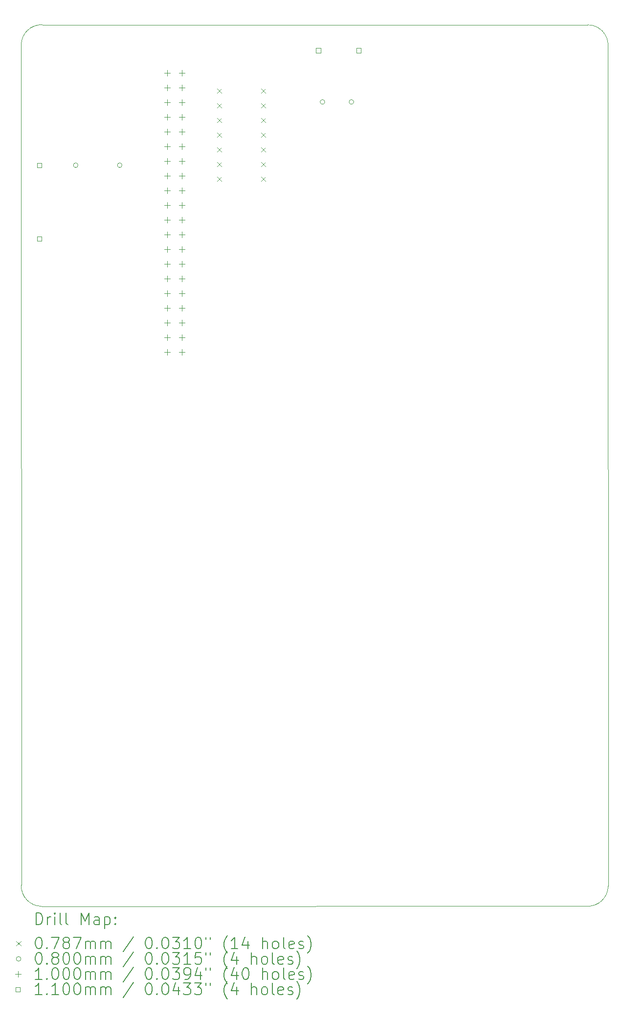
<source format=gbr>
%TF.GenerationSoftware,KiCad,Pcbnew,7.0.7*%
%TF.CreationDate,2023-09-07T11:23:37-07:00*%
%TF.ProjectId,bivariate-bivalve,62697661-7269-4617-9465-2d626976616c,rev?*%
%TF.SameCoordinates,Original*%
%TF.FileFunction,Drillmap*%
%TF.FilePolarity,Positive*%
%FSLAX45Y45*%
G04 Gerber Fmt 4.5, Leading zero omitted, Abs format (unit mm)*
G04 Created by KiCad (PCBNEW 7.0.7) date 2023-09-07 11:23:37*
%MOMM*%
%LPD*%
G01*
G04 APERTURE LIST*
%ADD10C,0.100000*%
%ADD11C,0.200000*%
%ADD12C,0.078740*%
%ADD13C,0.080000*%
%ADD14C,0.110000*%
G04 APERTURE END LIST*
D10*
X5000000Y-3597000D02*
X5001320Y-18120014D01*
X14810000Y-3248000D02*
X5365986Y-3246320D01*
X15160680Y-3613986D02*
X15162000Y-18135000D01*
X5352000Y-18486000D02*
X14796014Y-18485680D01*
X5001320Y-18120014D02*
G75*
G03*
X5352000Y-18486000I350680J-14986D01*
G01*
X14796014Y-18485680D02*
G75*
G03*
X15162000Y-18135000I14986J350680D01*
G01*
X15160680Y-3613986D02*
G75*
G03*
X14810000Y-3248000I-350680J14986D01*
G01*
X5365986Y-3246320D02*
G75*
G03*
X5000000Y-3597000I-14986J-350680D01*
G01*
D11*
D12*
X8391130Y-4350130D02*
X8469870Y-4428870D01*
X8469870Y-4350130D02*
X8391130Y-4428870D01*
X8391130Y-4604130D02*
X8469870Y-4682870D01*
X8469870Y-4604130D02*
X8391130Y-4682870D01*
X8391130Y-4858130D02*
X8469870Y-4936870D01*
X8469870Y-4858130D02*
X8391130Y-4936870D01*
X8391130Y-5112130D02*
X8469870Y-5190870D01*
X8469870Y-5112130D02*
X8391130Y-5190870D01*
X8391130Y-5366130D02*
X8469870Y-5444870D01*
X8469870Y-5366130D02*
X8391130Y-5444870D01*
X8391130Y-5620130D02*
X8469870Y-5698870D01*
X8469870Y-5620130D02*
X8391130Y-5698870D01*
X8391130Y-5874130D02*
X8469870Y-5952870D01*
X8469870Y-5874130D02*
X8391130Y-5952870D01*
X9153130Y-4350130D02*
X9231870Y-4428870D01*
X9231870Y-4350130D02*
X9153130Y-4428870D01*
X9153130Y-4604130D02*
X9231870Y-4682870D01*
X9231870Y-4604130D02*
X9153130Y-4682870D01*
X9153130Y-4858130D02*
X9231870Y-4936870D01*
X9231870Y-4858130D02*
X9153130Y-4936870D01*
X9153130Y-5112130D02*
X9231870Y-5190870D01*
X9231870Y-5112130D02*
X9153130Y-5190870D01*
X9153130Y-5366130D02*
X9231870Y-5444870D01*
X9231870Y-5366130D02*
X9153130Y-5444870D01*
X9153130Y-5620130D02*
X9231870Y-5698870D01*
X9231870Y-5620130D02*
X9153130Y-5698870D01*
X9153130Y-5874130D02*
X9231870Y-5952870D01*
X9231870Y-5874130D02*
X9153130Y-5952870D01*
D13*
X5983000Y-5675000D02*
G75*
G03*
X5983000Y-5675000I-40000J0D01*
G01*
X6745000Y-5675000D02*
G75*
G03*
X6745000Y-5675000I-40000J0D01*
G01*
X10256500Y-4580000D02*
G75*
G03*
X10256500Y-4580000I-40000J0D01*
G01*
X10756500Y-4580000D02*
G75*
G03*
X10756500Y-4580000I-40000J0D01*
G01*
D10*
X7531000Y-4030500D02*
X7531000Y-4130500D01*
X7481000Y-4080500D02*
X7581000Y-4080500D01*
X7531000Y-4284500D02*
X7531000Y-4384500D01*
X7481000Y-4334500D02*
X7581000Y-4334500D01*
X7531000Y-4538500D02*
X7531000Y-4638500D01*
X7481000Y-4588500D02*
X7581000Y-4588500D01*
X7531000Y-4792500D02*
X7531000Y-4892500D01*
X7481000Y-4842500D02*
X7581000Y-4842500D01*
X7531000Y-5046500D02*
X7531000Y-5146500D01*
X7481000Y-5096500D02*
X7581000Y-5096500D01*
X7531000Y-5300500D02*
X7531000Y-5400500D01*
X7481000Y-5350500D02*
X7581000Y-5350500D01*
X7531000Y-5554500D02*
X7531000Y-5654500D01*
X7481000Y-5604500D02*
X7581000Y-5604500D01*
X7531000Y-5808500D02*
X7531000Y-5908500D01*
X7481000Y-5858500D02*
X7581000Y-5858500D01*
X7531000Y-6062500D02*
X7531000Y-6162500D01*
X7481000Y-6112500D02*
X7581000Y-6112500D01*
X7531000Y-6316500D02*
X7531000Y-6416500D01*
X7481000Y-6366500D02*
X7581000Y-6366500D01*
X7531000Y-6570500D02*
X7531000Y-6670500D01*
X7481000Y-6620500D02*
X7581000Y-6620500D01*
X7531000Y-6824500D02*
X7531000Y-6924500D01*
X7481000Y-6874500D02*
X7581000Y-6874500D01*
X7531000Y-7078500D02*
X7531000Y-7178500D01*
X7481000Y-7128500D02*
X7581000Y-7128500D01*
X7531000Y-7332500D02*
X7531000Y-7432500D01*
X7481000Y-7382500D02*
X7581000Y-7382500D01*
X7531000Y-7586500D02*
X7531000Y-7686500D01*
X7481000Y-7636500D02*
X7581000Y-7636500D01*
X7531000Y-7840500D02*
X7531000Y-7940500D01*
X7481000Y-7890500D02*
X7581000Y-7890500D01*
X7531000Y-8094500D02*
X7531000Y-8194500D01*
X7481000Y-8144500D02*
X7581000Y-8144500D01*
X7531000Y-8348500D02*
X7531000Y-8448500D01*
X7481000Y-8398500D02*
X7581000Y-8398500D01*
X7531000Y-8602500D02*
X7531000Y-8702500D01*
X7481000Y-8652500D02*
X7581000Y-8652500D01*
X7531000Y-8856500D02*
X7531000Y-8956500D01*
X7481000Y-8906500D02*
X7581000Y-8906500D01*
X7785000Y-4030500D02*
X7785000Y-4130500D01*
X7735000Y-4080500D02*
X7835000Y-4080500D01*
X7785000Y-4284500D02*
X7785000Y-4384500D01*
X7735000Y-4334500D02*
X7835000Y-4334500D01*
X7785000Y-4538500D02*
X7785000Y-4638500D01*
X7735000Y-4588500D02*
X7835000Y-4588500D01*
X7785000Y-4792500D02*
X7785000Y-4892500D01*
X7735000Y-4842500D02*
X7835000Y-4842500D01*
X7785000Y-5046500D02*
X7785000Y-5146500D01*
X7735000Y-5096500D02*
X7835000Y-5096500D01*
X7785000Y-5300500D02*
X7785000Y-5400500D01*
X7735000Y-5350500D02*
X7835000Y-5350500D01*
X7785000Y-5554500D02*
X7785000Y-5654500D01*
X7735000Y-5604500D02*
X7835000Y-5604500D01*
X7785000Y-5808500D02*
X7785000Y-5908500D01*
X7735000Y-5858500D02*
X7835000Y-5858500D01*
X7785000Y-6062500D02*
X7785000Y-6162500D01*
X7735000Y-6112500D02*
X7835000Y-6112500D01*
X7785000Y-6316500D02*
X7785000Y-6416500D01*
X7735000Y-6366500D02*
X7835000Y-6366500D01*
X7785000Y-6570500D02*
X7785000Y-6670500D01*
X7735000Y-6620500D02*
X7835000Y-6620500D01*
X7785000Y-6824500D02*
X7785000Y-6924500D01*
X7735000Y-6874500D02*
X7835000Y-6874500D01*
X7785000Y-7078500D02*
X7785000Y-7178500D01*
X7735000Y-7128500D02*
X7835000Y-7128500D01*
X7785000Y-7332500D02*
X7785000Y-7432500D01*
X7735000Y-7382500D02*
X7835000Y-7382500D01*
X7785000Y-7586500D02*
X7785000Y-7686500D01*
X7735000Y-7636500D02*
X7835000Y-7636500D01*
X7785000Y-7840500D02*
X7785000Y-7940500D01*
X7735000Y-7890500D02*
X7835000Y-7890500D01*
X7785000Y-8094500D02*
X7785000Y-8194500D01*
X7735000Y-8144500D02*
X7835000Y-8144500D01*
X7785000Y-8348500D02*
X7785000Y-8448500D01*
X7735000Y-8398500D02*
X7835000Y-8398500D01*
X7785000Y-8602500D02*
X7785000Y-8702500D01*
X7735000Y-8652500D02*
X7835000Y-8652500D01*
X7785000Y-8856500D02*
X7785000Y-8956500D01*
X7735000Y-8906500D02*
X7835000Y-8906500D01*
D14*
X5353891Y-5717891D02*
X5353891Y-5640109D01*
X5276109Y-5640109D01*
X5276109Y-5717891D01*
X5353891Y-5717891D01*
X5353891Y-6987891D02*
X5353891Y-6910109D01*
X5276109Y-6910109D01*
X5276109Y-6987891D01*
X5353891Y-6987891D01*
X10183891Y-3729891D02*
X10183891Y-3652109D01*
X10106109Y-3652109D01*
X10106109Y-3729891D01*
X10183891Y-3729891D01*
X10882391Y-3729891D02*
X10882391Y-3652109D01*
X10804609Y-3652109D01*
X10804609Y-3729891D01*
X10882391Y-3729891D01*
D11*
X5255777Y-18802484D02*
X5255777Y-18602484D01*
X5255777Y-18602484D02*
X5303396Y-18602484D01*
X5303396Y-18602484D02*
X5331967Y-18612008D01*
X5331967Y-18612008D02*
X5351015Y-18631055D01*
X5351015Y-18631055D02*
X5360539Y-18650103D01*
X5360539Y-18650103D02*
X5370063Y-18688198D01*
X5370063Y-18688198D02*
X5370063Y-18716770D01*
X5370063Y-18716770D02*
X5360539Y-18754865D01*
X5360539Y-18754865D02*
X5351015Y-18773912D01*
X5351015Y-18773912D02*
X5331967Y-18792960D01*
X5331967Y-18792960D02*
X5303396Y-18802484D01*
X5303396Y-18802484D02*
X5255777Y-18802484D01*
X5455777Y-18802484D02*
X5455777Y-18669150D01*
X5455777Y-18707246D02*
X5465301Y-18688198D01*
X5465301Y-18688198D02*
X5474824Y-18678674D01*
X5474824Y-18678674D02*
X5493872Y-18669150D01*
X5493872Y-18669150D02*
X5512920Y-18669150D01*
X5579586Y-18802484D02*
X5579586Y-18669150D01*
X5579586Y-18602484D02*
X5570063Y-18612008D01*
X5570063Y-18612008D02*
X5579586Y-18621531D01*
X5579586Y-18621531D02*
X5589110Y-18612008D01*
X5589110Y-18612008D02*
X5579586Y-18602484D01*
X5579586Y-18602484D02*
X5579586Y-18621531D01*
X5703396Y-18802484D02*
X5684348Y-18792960D01*
X5684348Y-18792960D02*
X5674824Y-18773912D01*
X5674824Y-18773912D02*
X5674824Y-18602484D01*
X5808158Y-18802484D02*
X5789110Y-18792960D01*
X5789110Y-18792960D02*
X5779586Y-18773912D01*
X5779586Y-18773912D02*
X5779586Y-18602484D01*
X6036729Y-18802484D02*
X6036729Y-18602484D01*
X6036729Y-18602484D02*
X6103396Y-18745341D01*
X6103396Y-18745341D02*
X6170062Y-18602484D01*
X6170062Y-18602484D02*
X6170062Y-18802484D01*
X6351015Y-18802484D02*
X6351015Y-18697722D01*
X6351015Y-18697722D02*
X6341491Y-18678674D01*
X6341491Y-18678674D02*
X6322443Y-18669150D01*
X6322443Y-18669150D02*
X6284348Y-18669150D01*
X6284348Y-18669150D02*
X6265301Y-18678674D01*
X6351015Y-18792960D02*
X6331967Y-18802484D01*
X6331967Y-18802484D02*
X6284348Y-18802484D01*
X6284348Y-18802484D02*
X6265301Y-18792960D01*
X6265301Y-18792960D02*
X6255777Y-18773912D01*
X6255777Y-18773912D02*
X6255777Y-18754865D01*
X6255777Y-18754865D02*
X6265301Y-18735817D01*
X6265301Y-18735817D02*
X6284348Y-18726293D01*
X6284348Y-18726293D02*
X6331967Y-18726293D01*
X6331967Y-18726293D02*
X6351015Y-18716770D01*
X6446253Y-18669150D02*
X6446253Y-18869150D01*
X6446253Y-18678674D02*
X6465301Y-18669150D01*
X6465301Y-18669150D02*
X6503396Y-18669150D01*
X6503396Y-18669150D02*
X6522443Y-18678674D01*
X6522443Y-18678674D02*
X6531967Y-18688198D01*
X6531967Y-18688198D02*
X6541491Y-18707246D01*
X6541491Y-18707246D02*
X6541491Y-18764389D01*
X6541491Y-18764389D02*
X6531967Y-18783436D01*
X6531967Y-18783436D02*
X6522443Y-18792960D01*
X6522443Y-18792960D02*
X6503396Y-18802484D01*
X6503396Y-18802484D02*
X6465301Y-18802484D01*
X6465301Y-18802484D02*
X6446253Y-18792960D01*
X6627205Y-18783436D02*
X6636729Y-18792960D01*
X6636729Y-18792960D02*
X6627205Y-18802484D01*
X6627205Y-18802484D02*
X6617682Y-18792960D01*
X6617682Y-18792960D02*
X6627205Y-18783436D01*
X6627205Y-18783436D02*
X6627205Y-18802484D01*
X6627205Y-18678674D02*
X6636729Y-18688198D01*
X6636729Y-18688198D02*
X6627205Y-18697722D01*
X6627205Y-18697722D02*
X6617682Y-18688198D01*
X6617682Y-18688198D02*
X6627205Y-18678674D01*
X6627205Y-18678674D02*
X6627205Y-18697722D01*
D12*
X4916260Y-19091630D02*
X4995000Y-19170370D01*
X4995000Y-19091630D02*
X4916260Y-19170370D01*
D11*
X5293872Y-19022484D02*
X5312920Y-19022484D01*
X5312920Y-19022484D02*
X5331967Y-19032008D01*
X5331967Y-19032008D02*
X5341491Y-19041531D01*
X5341491Y-19041531D02*
X5351015Y-19060579D01*
X5351015Y-19060579D02*
X5360539Y-19098674D01*
X5360539Y-19098674D02*
X5360539Y-19146293D01*
X5360539Y-19146293D02*
X5351015Y-19184389D01*
X5351015Y-19184389D02*
X5341491Y-19203436D01*
X5341491Y-19203436D02*
X5331967Y-19212960D01*
X5331967Y-19212960D02*
X5312920Y-19222484D01*
X5312920Y-19222484D02*
X5293872Y-19222484D01*
X5293872Y-19222484D02*
X5274824Y-19212960D01*
X5274824Y-19212960D02*
X5265301Y-19203436D01*
X5265301Y-19203436D02*
X5255777Y-19184389D01*
X5255777Y-19184389D02*
X5246253Y-19146293D01*
X5246253Y-19146293D02*
X5246253Y-19098674D01*
X5246253Y-19098674D02*
X5255777Y-19060579D01*
X5255777Y-19060579D02*
X5265301Y-19041531D01*
X5265301Y-19041531D02*
X5274824Y-19032008D01*
X5274824Y-19032008D02*
X5293872Y-19022484D01*
X5446253Y-19203436D02*
X5455777Y-19212960D01*
X5455777Y-19212960D02*
X5446253Y-19222484D01*
X5446253Y-19222484D02*
X5436729Y-19212960D01*
X5436729Y-19212960D02*
X5446253Y-19203436D01*
X5446253Y-19203436D02*
X5446253Y-19222484D01*
X5522444Y-19022484D02*
X5655777Y-19022484D01*
X5655777Y-19022484D02*
X5570063Y-19222484D01*
X5760539Y-19108198D02*
X5741491Y-19098674D01*
X5741491Y-19098674D02*
X5731967Y-19089150D01*
X5731967Y-19089150D02*
X5722443Y-19070103D01*
X5722443Y-19070103D02*
X5722443Y-19060579D01*
X5722443Y-19060579D02*
X5731967Y-19041531D01*
X5731967Y-19041531D02*
X5741491Y-19032008D01*
X5741491Y-19032008D02*
X5760539Y-19022484D01*
X5760539Y-19022484D02*
X5798634Y-19022484D01*
X5798634Y-19022484D02*
X5817682Y-19032008D01*
X5817682Y-19032008D02*
X5827205Y-19041531D01*
X5827205Y-19041531D02*
X5836729Y-19060579D01*
X5836729Y-19060579D02*
X5836729Y-19070103D01*
X5836729Y-19070103D02*
X5827205Y-19089150D01*
X5827205Y-19089150D02*
X5817682Y-19098674D01*
X5817682Y-19098674D02*
X5798634Y-19108198D01*
X5798634Y-19108198D02*
X5760539Y-19108198D01*
X5760539Y-19108198D02*
X5741491Y-19117722D01*
X5741491Y-19117722D02*
X5731967Y-19127246D01*
X5731967Y-19127246D02*
X5722443Y-19146293D01*
X5722443Y-19146293D02*
X5722443Y-19184389D01*
X5722443Y-19184389D02*
X5731967Y-19203436D01*
X5731967Y-19203436D02*
X5741491Y-19212960D01*
X5741491Y-19212960D02*
X5760539Y-19222484D01*
X5760539Y-19222484D02*
X5798634Y-19222484D01*
X5798634Y-19222484D02*
X5817682Y-19212960D01*
X5817682Y-19212960D02*
X5827205Y-19203436D01*
X5827205Y-19203436D02*
X5836729Y-19184389D01*
X5836729Y-19184389D02*
X5836729Y-19146293D01*
X5836729Y-19146293D02*
X5827205Y-19127246D01*
X5827205Y-19127246D02*
X5817682Y-19117722D01*
X5817682Y-19117722D02*
X5798634Y-19108198D01*
X5903396Y-19022484D02*
X6036729Y-19022484D01*
X6036729Y-19022484D02*
X5951015Y-19222484D01*
X6112920Y-19222484D02*
X6112920Y-19089150D01*
X6112920Y-19108198D02*
X6122443Y-19098674D01*
X6122443Y-19098674D02*
X6141491Y-19089150D01*
X6141491Y-19089150D02*
X6170063Y-19089150D01*
X6170063Y-19089150D02*
X6189110Y-19098674D01*
X6189110Y-19098674D02*
X6198634Y-19117722D01*
X6198634Y-19117722D02*
X6198634Y-19222484D01*
X6198634Y-19117722D02*
X6208158Y-19098674D01*
X6208158Y-19098674D02*
X6227205Y-19089150D01*
X6227205Y-19089150D02*
X6255777Y-19089150D01*
X6255777Y-19089150D02*
X6274824Y-19098674D01*
X6274824Y-19098674D02*
X6284348Y-19117722D01*
X6284348Y-19117722D02*
X6284348Y-19222484D01*
X6379586Y-19222484D02*
X6379586Y-19089150D01*
X6379586Y-19108198D02*
X6389110Y-19098674D01*
X6389110Y-19098674D02*
X6408158Y-19089150D01*
X6408158Y-19089150D02*
X6436729Y-19089150D01*
X6436729Y-19089150D02*
X6455777Y-19098674D01*
X6455777Y-19098674D02*
X6465301Y-19117722D01*
X6465301Y-19117722D02*
X6465301Y-19222484D01*
X6465301Y-19117722D02*
X6474824Y-19098674D01*
X6474824Y-19098674D02*
X6493872Y-19089150D01*
X6493872Y-19089150D02*
X6522443Y-19089150D01*
X6522443Y-19089150D02*
X6541491Y-19098674D01*
X6541491Y-19098674D02*
X6551015Y-19117722D01*
X6551015Y-19117722D02*
X6551015Y-19222484D01*
X6941491Y-19012960D02*
X6770063Y-19270103D01*
X7198634Y-19022484D02*
X7217682Y-19022484D01*
X7217682Y-19022484D02*
X7236729Y-19032008D01*
X7236729Y-19032008D02*
X7246253Y-19041531D01*
X7246253Y-19041531D02*
X7255777Y-19060579D01*
X7255777Y-19060579D02*
X7265301Y-19098674D01*
X7265301Y-19098674D02*
X7265301Y-19146293D01*
X7265301Y-19146293D02*
X7255777Y-19184389D01*
X7255777Y-19184389D02*
X7246253Y-19203436D01*
X7246253Y-19203436D02*
X7236729Y-19212960D01*
X7236729Y-19212960D02*
X7217682Y-19222484D01*
X7217682Y-19222484D02*
X7198634Y-19222484D01*
X7198634Y-19222484D02*
X7179586Y-19212960D01*
X7179586Y-19212960D02*
X7170063Y-19203436D01*
X7170063Y-19203436D02*
X7160539Y-19184389D01*
X7160539Y-19184389D02*
X7151015Y-19146293D01*
X7151015Y-19146293D02*
X7151015Y-19098674D01*
X7151015Y-19098674D02*
X7160539Y-19060579D01*
X7160539Y-19060579D02*
X7170063Y-19041531D01*
X7170063Y-19041531D02*
X7179586Y-19032008D01*
X7179586Y-19032008D02*
X7198634Y-19022484D01*
X7351015Y-19203436D02*
X7360539Y-19212960D01*
X7360539Y-19212960D02*
X7351015Y-19222484D01*
X7351015Y-19222484D02*
X7341491Y-19212960D01*
X7341491Y-19212960D02*
X7351015Y-19203436D01*
X7351015Y-19203436D02*
X7351015Y-19222484D01*
X7484348Y-19022484D02*
X7503396Y-19022484D01*
X7503396Y-19022484D02*
X7522444Y-19032008D01*
X7522444Y-19032008D02*
X7531967Y-19041531D01*
X7531967Y-19041531D02*
X7541491Y-19060579D01*
X7541491Y-19060579D02*
X7551015Y-19098674D01*
X7551015Y-19098674D02*
X7551015Y-19146293D01*
X7551015Y-19146293D02*
X7541491Y-19184389D01*
X7541491Y-19184389D02*
X7531967Y-19203436D01*
X7531967Y-19203436D02*
X7522444Y-19212960D01*
X7522444Y-19212960D02*
X7503396Y-19222484D01*
X7503396Y-19222484D02*
X7484348Y-19222484D01*
X7484348Y-19222484D02*
X7465301Y-19212960D01*
X7465301Y-19212960D02*
X7455777Y-19203436D01*
X7455777Y-19203436D02*
X7446253Y-19184389D01*
X7446253Y-19184389D02*
X7436729Y-19146293D01*
X7436729Y-19146293D02*
X7436729Y-19098674D01*
X7436729Y-19098674D02*
X7446253Y-19060579D01*
X7446253Y-19060579D02*
X7455777Y-19041531D01*
X7455777Y-19041531D02*
X7465301Y-19032008D01*
X7465301Y-19032008D02*
X7484348Y-19022484D01*
X7617682Y-19022484D02*
X7741491Y-19022484D01*
X7741491Y-19022484D02*
X7674825Y-19098674D01*
X7674825Y-19098674D02*
X7703396Y-19098674D01*
X7703396Y-19098674D02*
X7722444Y-19108198D01*
X7722444Y-19108198D02*
X7731967Y-19117722D01*
X7731967Y-19117722D02*
X7741491Y-19136770D01*
X7741491Y-19136770D02*
X7741491Y-19184389D01*
X7741491Y-19184389D02*
X7731967Y-19203436D01*
X7731967Y-19203436D02*
X7722444Y-19212960D01*
X7722444Y-19212960D02*
X7703396Y-19222484D01*
X7703396Y-19222484D02*
X7646253Y-19222484D01*
X7646253Y-19222484D02*
X7627206Y-19212960D01*
X7627206Y-19212960D02*
X7617682Y-19203436D01*
X7931967Y-19222484D02*
X7817682Y-19222484D01*
X7874825Y-19222484D02*
X7874825Y-19022484D01*
X7874825Y-19022484D02*
X7855777Y-19051055D01*
X7855777Y-19051055D02*
X7836729Y-19070103D01*
X7836729Y-19070103D02*
X7817682Y-19079627D01*
X8055777Y-19022484D02*
X8074825Y-19022484D01*
X8074825Y-19022484D02*
X8093872Y-19032008D01*
X8093872Y-19032008D02*
X8103396Y-19041531D01*
X8103396Y-19041531D02*
X8112920Y-19060579D01*
X8112920Y-19060579D02*
X8122444Y-19098674D01*
X8122444Y-19098674D02*
X8122444Y-19146293D01*
X8122444Y-19146293D02*
X8112920Y-19184389D01*
X8112920Y-19184389D02*
X8103396Y-19203436D01*
X8103396Y-19203436D02*
X8093872Y-19212960D01*
X8093872Y-19212960D02*
X8074825Y-19222484D01*
X8074825Y-19222484D02*
X8055777Y-19222484D01*
X8055777Y-19222484D02*
X8036729Y-19212960D01*
X8036729Y-19212960D02*
X8027206Y-19203436D01*
X8027206Y-19203436D02*
X8017682Y-19184389D01*
X8017682Y-19184389D02*
X8008158Y-19146293D01*
X8008158Y-19146293D02*
X8008158Y-19098674D01*
X8008158Y-19098674D02*
X8017682Y-19060579D01*
X8017682Y-19060579D02*
X8027206Y-19041531D01*
X8027206Y-19041531D02*
X8036729Y-19032008D01*
X8036729Y-19032008D02*
X8055777Y-19022484D01*
X8198634Y-19022484D02*
X8198634Y-19060579D01*
X8274825Y-19022484D02*
X8274825Y-19060579D01*
X8570063Y-19298674D02*
X8560539Y-19289150D01*
X8560539Y-19289150D02*
X8541491Y-19260579D01*
X8541491Y-19260579D02*
X8531968Y-19241531D01*
X8531968Y-19241531D02*
X8522444Y-19212960D01*
X8522444Y-19212960D02*
X8512920Y-19165341D01*
X8512920Y-19165341D02*
X8512920Y-19127246D01*
X8512920Y-19127246D02*
X8522444Y-19079627D01*
X8522444Y-19079627D02*
X8531968Y-19051055D01*
X8531968Y-19051055D02*
X8541491Y-19032008D01*
X8541491Y-19032008D02*
X8560539Y-19003436D01*
X8560539Y-19003436D02*
X8570063Y-18993912D01*
X8751015Y-19222484D02*
X8636730Y-19222484D01*
X8693872Y-19222484D02*
X8693872Y-19022484D01*
X8693872Y-19022484D02*
X8674825Y-19051055D01*
X8674825Y-19051055D02*
X8655777Y-19070103D01*
X8655777Y-19070103D02*
X8636730Y-19079627D01*
X8922444Y-19089150D02*
X8922444Y-19222484D01*
X8874825Y-19012960D02*
X8827206Y-19155817D01*
X8827206Y-19155817D02*
X8951015Y-19155817D01*
X9179587Y-19222484D02*
X9179587Y-19022484D01*
X9265301Y-19222484D02*
X9265301Y-19117722D01*
X9265301Y-19117722D02*
X9255777Y-19098674D01*
X9255777Y-19098674D02*
X9236730Y-19089150D01*
X9236730Y-19089150D02*
X9208158Y-19089150D01*
X9208158Y-19089150D02*
X9189111Y-19098674D01*
X9189111Y-19098674D02*
X9179587Y-19108198D01*
X9389111Y-19222484D02*
X9370063Y-19212960D01*
X9370063Y-19212960D02*
X9360539Y-19203436D01*
X9360539Y-19203436D02*
X9351015Y-19184389D01*
X9351015Y-19184389D02*
X9351015Y-19127246D01*
X9351015Y-19127246D02*
X9360539Y-19108198D01*
X9360539Y-19108198D02*
X9370063Y-19098674D01*
X9370063Y-19098674D02*
X9389111Y-19089150D01*
X9389111Y-19089150D02*
X9417682Y-19089150D01*
X9417682Y-19089150D02*
X9436730Y-19098674D01*
X9436730Y-19098674D02*
X9446253Y-19108198D01*
X9446253Y-19108198D02*
X9455777Y-19127246D01*
X9455777Y-19127246D02*
X9455777Y-19184389D01*
X9455777Y-19184389D02*
X9446253Y-19203436D01*
X9446253Y-19203436D02*
X9436730Y-19212960D01*
X9436730Y-19212960D02*
X9417682Y-19222484D01*
X9417682Y-19222484D02*
X9389111Y-19222484D01*
X9570063Y-19222484D02*
X9551015Y-19212960D01*
X9551015Y-19212960D02*
X9541492Y-19193912D01*
X9541492Y-19193912D02*
X9541492Y-19022484D01*
X9722444Y-19212960D02*
X9703396Y-19222484D01*
X9703396Y-19222484D02*
X9665301Y-19222484D01*
X9665301Y-19222484D02*
X9646253Y-19212960D01*
X9646253Y-19212960D02*
X9636730Y-19193912D01*
X9636730Y-19193912D02*
X9636730Y-19117722D01*
X9636730Y-19117722D02*
X9646253Y-19098674D01*
X9646253Y-19098674D02*
X9665301Y-19089150D01*
X9665301Y-19089150D02*
X9703396Y-19089150D01*
X9703396Y-19089150D02*
X9722444Y-19098674D01*
X9722444Y-19098674D02*
X9731968Y-19117722D01*
X9731968Y-19117722D02*
X9731968Y-19136770D01*
X9731968Y-19136770D02*
X9636730Y-19155817D01*
X9808158Y-19212960D02*
X9827206Y-19222484D01*
X9827206Y-19222484D02*
X9865301Y-19222484D01*
X9865301Y-19222484D02*
X9884349Y-19212960D01*
X9884349Y-19212960D02*
X9893873Y-19193912D01*
X9893873Y-19193912D02*
X9893873Y-19184389D01*
X9893873Y-19184389D02*
X9884349Y-19165341D01*
X9884349Y-19165341D02*
X9865301Y-19155817D01*
X9865301Y-19155817D02*
X9836730Y-19155817D01*
X9836730Y-19155817D02*
X9817682Y-19146293D01*
X9817682Y-19146293D02*
X9808158Y-19127246D01*
X9808158Y-19127246D02*
X9808158Y-19117722D01*
X9808158Y-19117722D02*
X9817682Y-19098674D01*
X9817682Y-19098674D02*
X9836730Y-19089150D01*
X9836730Y-19089150D02*
X9865301Y-19089150D01*
X9865301Y-19089150D02*
X9884349Y-19098674D01*
X9960539Y-19298674D02*
X9970063Y-19289150D01*
X9970063Y-19289150D02*
X9989111Y-19260579D01*
X9989111Y-19260579D02*
X9998634Y-19241531D01*
X9998634Y-19241531D02*
X10008158Y-19212960D01*
X10008158Y-19212960D02*
X10017682Y-19165341D01*
X10017682Y-19165341D02*
X10017682Y-19127246D01*
X10017682Y-19127246D02*
X10008158Y-19079627D01*
X10008158Y-19079627D02*
X9998634Y-19051055D01*
X9998634Y-19051055D02*
X9989111Y-19032008D01*
X9989111Y-19032008D02*
X9970063Y-19003436D01*
X9970063Y-19003436D02*
X9960539Y-18993912D01*
D13*
X4995000Y-19395000D02*
G75*
G03*
X4995000Y-19395000I-40000J0D01*
G01*
D11*
X5293872Y-19286484D02*
X5312920Y-19286484D01*
X5312920Y-19286484D02*
X5331967Y-19296008D01*
X5331967Y-19296008D02*
X5341491Y-19305531D01*
X5341491Y-19305531D02*
X5351015Y-19324579D01*
X5351015Y-19324579D02*
X5360539Y-19362674D01*
X5360539Y-19362674D02*
X5360539Y-19410293D01*
X5360539Y-19410293D02*
X5351015Y-19448389D01*
X5351015Y-19448389D02*
X5341491Y-19467436D01*
X5341491Y-19467436D02*
X5331967Y-19476960D01*
X5331967Y-19476960D02*
X5312920Y-19486484D01*
X5312920Y-19486484D02*
X5293872Y-19486484D01*
X5293872Y-19486484D02*
X5274824Y-19476960D01*
X5274824Y-19476960D02*
X5265301Y-19467436D01*
X5265301Y-19467436D02*
X5255777Y-19448389D01*
X5255777Y-19448389D02*
X5246253Y-19410293D01*
X5246253Y-19410293D02*
X5246253Y-19362674D01*
X5246253Y-19362674D02*
X5255777Y-19324579D01*
X5255777Y-19324579D02*
X5265301Y-19305531D01*
X5265301Y-19305531D02*
X5274824Y-19296008D01*
X5274824Y-19296008D02*
X5293872Y-19286484D01*
X5446253Y-19467436D02*
X5455777Y-19476960D01*
X5455777Y-19476960D02*
X5446253Y-19486484D01*
X5446253Y-19486484D02*
X5436729Y-19476960D01*
X5436729Y-19476960D02*
X5446253Y-19467436D01*
X5446253Y-19467436D02*
X5446253Y-19486484D01*
X5570063Y-19372198D02*
X5551015Y-19362674D01*
X5551015Y-19362674D02*
X5541491Y-19353150D01*
X5541491Y-19353150D02*
X5531967Y-19334103D01*
X5531967Y-19334103D02*
X5531967Y-19324579D01*
X5531967Y-19324579D02*
X5541491Y-19305531D01*
X5541491Y-19305531D02*
X5551015Y-19296008D01*
X5551015Y-19296008D02*
X5570063Y-19286484D01*
X5570063Y-19286484D02*
X5608158Y-19286484D01*
X5608158Y-19286484D02*
X5627205Y-19296008D01*
X5627205Y-19296008D02*
X5636729Y-19305531D01*
X5636729Y-19305531D02*
X5646253Y-19324579D01*
X5646253Y-19324579D02*
X5646253Y-19334103D01*
X5646253Y-19334103D02*
X5636729Y-19353150D01*
X5636729Y-19353150D02*
X5627205Y-19362674D01*
X5627205Y-19362674D02*
X5608158Y-19372198D01*
X5608158Y-19372198D02*
X5570063Y-19372198D01*
X5570063Y-19372198D02*
X5551015Y-19381722D01*
X5551015Y-19381722D02*
X5541491Y-19391246D01*
X5541491Y-19391246D02*
X5531967Y-19410293D01*
X5531967Y-19410293D02*
X5531967Y-19448389D01*
X5531967Y-19448389D02*
X5541491Y-19467436D01*
X5541491Y-19467436D02*
X5551015Y-19476960D01*
X5551015Y-19476960D02*
X5570063Y-19486484D01*
X5570063Y-19486484D02*
X5608158Y-19486484D01*
X5608158Y-19486484D02*
X5627205Y-19476960D01*
X5627205Y-19476960D02*
X5636729Y-19467436D01*
X5636729Y-19467436D02*
X5646253Y-19448389D01*
X5646253Y-19448389D02*
X5646253Y-19410293D01*
X5646253Y-19410293D02*
X5636729Y-19391246D01*
X5636729Y-19391246D02*
X5627205Y-19381722D01*
X5627205Y-19381722D02*
X5608158Y-19372198D01*
X5770062Y-19286484D02*
X5789110Y-19286484D01*
X5789110Y-19286484D02*
X5808158Y-19296008D01*
X5808158Y-19296008D02*
X5817682Y-19305531D01*
X5817682Y-19305531D02*
X5827205Y-19324579D01*
X5827205Y-19324579D02*
X5836729Y-19362674D01*
X5836729Y-19362674D02*
X5836729Y-19410293D01*
X5836729Y-19410293D02*
X5827205Y-19448389D01*
X5827205Y-19448389D02*
X5817682Y-19467436D01*
X5817682Y-19467436D02*
X5808158Y-19476960D01*
X5808158Y-19476960D02*
X5789110Y-19486484D01*
X5789110Y-19486484D02*
X5770062Y-19486484D01*
X5770062Y-19486484D02*
X5751015Y-19476960D01*
X5751015Y-19476960D02*
X5741491Y-19467436D01*
X5741491Y-19467436D02*
X5731967Y-19448389D01*
X5731967Y-19448389D02*
X5722443Y-19410293D01*
X5722443Y-19410293D02*
X5722443Y-19362674D01*
X5722443Y-19362674D02*
X5731967Y-19324579D01*
X5731967Y-19324579D02*
X5741491Y-19305531D01*
X5741491Y-19305531D02*
X5751015Y-19296008D01*
X5751015Y-19296008D02*
X5770062Y-19286484D01*
X5960539Y-19286484D02*
X5979586Y-19286484D01*
X5979586Y-19286484D02*
X5998634Y-19296008D01*
X5998634Y-19296008D02*
X6008158Y-19305531D01*
X6008158Y-19305531D02*
X6017682Y-19324579D01*
X6017682Y-19324579D02*
X6027205Y-19362674D01*
X6027205Y-19362674D02*
X6027205Y-19410293D01*
X6027205Y-19410293D02*
X6017682Y-19448389D01*
X6017682Y-19448389D02*
X6008158Y-19467436D01*
X6008158Y-19467436D02*
X5998634Y-19476960D01*
X5998634Y-19476960D02*
X5979586Y-19486484D01*
X5979586Y-19486484D02*
X5960539Y-19486484D01*
X5960539Y-19486484D02*
X5941491Y-19476960D01*
X5941491Y-19476960D02*
X5931967Y-19467436D01*
X5931967Y-19467436D02*
X5922443Y-19448389D01*
X5922443Y-19448389D02*
X5912920Y-19410293D01*
X5912920Y-19410293D02*
X5912920Y-19362674D01*
X5912920Y-19362674D02*
X5922443Y-19324579D01*
X5922443Y-19324579D02*
X5931967Y-19305531D01*
X5931967Y-19305531D02*
X5941491Y-19296008D01*
X5941491Y-19296008D02*
X5960539Y-19286484D01*
X6112920Y-19486484D02*
X6112920Y-19353150D01*
X6112920Y-19372198D02*
X6122443Y-19362674D01*
X6122443Y-19362674D02*
X6141491Y-19353150D01*
X6141491Y-19353150D02*
X6170063Y-19353150D01*
X6170063Y-19353150D02*
X6189110Y-19362674D01*
X6189110Y-19362674D02*
X6198634Y-19381722D01*
X6198634Y-19381722D02*
X6198634Y-19486484D01*
X6198634Y-19381722D02*
X6208158Y-19362674D01*
X6208158Y-19362674D02*
X6227205Y-19353150D01*
X6227205Y-19353150D02*
X6255777Y-19353150D01*
X6255777Y-19353150D02*
X6274824Y-19362674D01*
X6274824Y-19362674D02*
X6284348Y-19381722D01*
X6284348Y-19381722D02*
X6284348Y-19486484D01*
X6379586Y-19486484D02*
X6379586Y-19353150D01*
X6379586Y-19372198D02*
X6389110Y-19362674D01*
X6389110Y-19362674D02*
X6408158Y-19353150D01*
X6408158Y-19353150D02*
X6436729Y-19353150D01*
X6436729Y-19353150D02*
X6455777Y-19362674D01*
X6455777Y-19362674D02*
X6465301Y-19381722D01*
X6465301Y-19381722D02*
X6465301Y-19486484D01*
X6465301Y-19381722D02*
X6474824Y-19362674D01*
X6474824Y-19362674D02*
X6493872Y-19353150D01*
X6493872Y-19353150D02*
X6522443Y-19353150D01*
X6522443Y-19353150D02*
X6541491Y-19362674D01*
X6541491Y-19362674D02*
X6551015Y-19381722D01*
X6551015Y-19381722D02*
X6551015Y-19486484D01*
X6941491Y-19276960D02*
X6770063Y-19534103D01*
X7198634Y-19286484D02*
X7217682Y-19286484D01*
X7217682Y-19286484D02*
X7236729Y-19296008D01*
X7236729Y-19296008D02*
X7246253Y-19305531D01*
X7246253Y-19305531D02*
X7255777Y-19324579D01*
X7255777Y-19324579D02*
X7265301Y-19362674D01*
X7265301Y-19362674D02*
X7265301Y-19410293D01*
X7265301Y-19410293D02*
X7255777Y-19448389D01*
X7255777Y-19448389D02*
X7246253Y-19467436D01*
X7246253Y-19467436D02*
X7236729Y-19476960D01*
X7236729Y-19476960D02*
X7217682Y-19486484D01*
X7217682Y-19486484D02*
X7198634Y-19486484D01*
X7198634Y-19486484D02*
X7179586Y-19476960D01*
X7179586Y-19476960D02*
X7170063Y-19467436D01*
X7170063Y-19467436D02*
X7160539Y-19448389D01*
X7160539Y-19448389D02*
X7151015Y-19410293D01*
X7151015Y-19410293D02*
X7151015Y-19362674D01*
X7151015Y-19362674D02*
X7160539Y-19324579D01*
X7160539Y-19324579D02*
X7170063Y-19305531D01*
X7170063Y-19305531D02*
X7179586Y-19296008D01*
X7179586Y-19296008D02*
X7198634Y-19286484D01*
X7351015Y-19467436D02*
X7360539Y-19476960D01*
X7360539Y-19476960D02*
X7351015Y-19486484D01*
X7351015Y-19486484D02*
X7341491Y-19476960D01*
X7341491Y-19476960D02*
X7351015Y-19467436D01*
X7351015Y-19467436D02*
X7351015Y-19486484D01*
X7484348Y-19286484D02*
X7503396Y-19286484D01*
X7503396Y-19286484D02*
X7522444Y-19296008D01*
X7522444Y-19296008D02*
X7531967Y-19305531D01*
X7531967Y-19305531D02*
X7541491Y-19324579D01*
X7541491Y-19324579D02*
X7551015Y-19362674D01*
X7551015Y-19362674D02*
X7551015Y-19410293D01*
X7551015Y-19410293D02*
X7541491Y-19448389D01*
X7541491Y-19448389D02*
X7531967Y-19467436D01*
X7531967Y-19467436D02*
X7522444Y-19476960D01*
X7522444Y-19476960D02*
X7503396Y-19486484D01*
X7503396Y-19486484D02*
X7484348Y-19486484D01*
X7484348Y-19486484D02*
X7465301Y-19476960D01*
X7465301Y-19476960D02*
X7455777Y-19467436D01*
X7455777Y-19467436D02*
X7446253Y-19448389D01*
X7446253Y-19448389D02*
X7436729Y-19410293D01*
X7436729Y-19410293D02*
X7436729Y-19362674D01*
X7436729Y-19362674D02*
X7446253Y-19324579D01*
X7446253Y-19324579D02*
X7455777Y-19305531D01*
X7455777Y-19305531D02*
X7465301Y-19296008D01*
X7465301Y-19296008D02*
X7484348Y-19286484D01*
X7617682Y-19286484D02*
X7741491Y-19286484D01*
X7741491Y-19286484D02*
X7674825Y-19362674D01*
X7674825Y-19362674D02*
X7703396Y-19362674D01*
X7703396Y-19362674D02*
X7722444Y-19372198D01*
X7722444Y-19372198D02*
X7731967Y-19381722D01*
X7731967Y-19381722D02*
X7741491Y-19400770D01*
X7741491Y-19400770D02*
X7741491Y-19448389D01*
X7741491Y-19448389D02*
X7731967Y-19467436D01*
X7731967Y-19467436D02*
X7722444Y-19476960D01*
X7722444Y-19476960D02*
X7703396Y-19486484D01*
X7703396Y-19486484D02*
X7646253Y-19486484D01*
X7646253Y-19486484D02*
X7627206Y-19476960D01*
X7627206Y-19476960D02*
X7617682Y-19467436D01*
X7931967Y-19486484D02*
X7817682Y-19486484D01*
X7874825Y-19486484D02*
X7874825Y-19286484D01*
X7874825Y-19286484D02*
X7855777Y-19315055D01*
X7855777Y-19315055D02*
X7836729Y-19334103D01*
X7836729Y-19334103D02*
X7817682Y-19343627D01*
X8112920Y-19286484D02*
X8017682Y-19286484D01*
X8017682Y-19286484D02*
X8008158Y-19381722D01*
X8008158Y-19381722D02*
X8017682Y-19372198D01*
X8017682Y-19372198D02*
X8036729Y-19362674D01*
X8036729Y-19362674D02*
X8084348Y-19362674D01*
X8084348Y-19362674D02*
X8103396Y-19372198D01*
X8103396Y-19372198D02*
X8112920Y-19381722D01*
X8112920Y-19381722D02*
X8122444Y-19400770D01*
X8122444Y-19400770D02*
X8122444Y-19448389D01*
X8122444Y-19448389D02*
X8112920Y-19467436D01*
X8112920Y-19467436D02*
X8103396Y-19476960D01*
X8103396Y-19476960D02*
X8084348Y-19486484D01*
X8084348Y-19486484D02*
X8036729Y-19486484D01*
X8036729Y-19486484D02*
X8017682Y-19476960D01*
X8017682Y-19476960D02*
X8008158Y-19467436D01*
X8198634Y-19286484D02*
X8198634Y-19324579D01*
X8274825Y-19286484D02*
X8274825Y-19324579D01*
X8570063Y-19562674D02*
X8560539Y-19553150D01*
X8560539Y-19553150D02*
X8541491Y-19524579D01*
X8541491Y-19524579D02*
X8531968Y-19505531D01*
X8531968Y-19505531D02*
X8522444Y-19476960D01*
X8522444Y-19476960D02*
X8512920Y-19429341D01*
X8512920Y-19429341D02*
X8512920Y-19391246D01*
X8512920Y-19391246D02*
X8522444Y-19343627D01*
X8522444Y-19343627D02*
X8531968Y-19315055D01*
X8531968Y-19315055D02*
X8541491Y-19296008D01*
X8541491Y-19296008D02*
X8560539Y-19267436D01*
X8560539Y-19267436D02*
X8570063Y-19257912D01*
X8731968Y-19353150D02*
X8731968Y-19486484D01*
X8684349Y-19276960D02*
X8636730Y-19419817D01*
X8636730Y-19419817D02*
X8760539Y-19419817D01*
X8989111Y-19486484D02*
X8989111Y-19286484D01*
X9074825Y-19486484D02*
X9074825Y-19381722D01*
X9074825Y-19381722D02*
X9065301Y-19362674D01*
X9065301Y-19362674D02*
X9046253Y-19353150D01*
X9046253Y-19353150D02*
X9017682Y-19353150D01*
X9017682Y-19353150D02*
X8998634Y-19362674D01*
X8998634Y-19362674D02*
X8989111Y-19372198D01*
X9198634Y-19486484D02*
X9179587Y-19476960D01*
X9179587Y-19476960D02*
X9170063Y-19467436D01*
X9170063Y-19467436D02*
X9160539Y-19448389D01*
X9160539Y-19448389D02*
X9160539Y-19391246D01*
X9160539Y-19391246D02*
X9170063Y-19372198D01*
X9170063Y-19372198D02*
X9179587Y-19362674D01*
X9179587Y-19362674D02*
X9198634Y-19353150D01*
X9198634Y-19353150D02*
X9227206Y-19353150D01*
X9227206Y-19353150D02*
X9246253Y-19362674D01*
X9246253Y-19362674D02*
X9255777Y-19372198D01*
X9255777Y-19372198D02*
X9265301Y-19391246D01*
X9265301Y-19391246D02*
X9265301Y-19448389D01*
X9265301Y-19448389D02*
X9255777Y-19467436D01*
X9255777Y-19467436D02*
X9246253Y-19476960D01*
X9246253Y-19476960D02*
X9227206Y-19486484D01*
X9227206Y-19486484D02*
X9198634Y-19486484D01*
X9379587Y-19486484D02*
X9360539Y-19476960D01*
X9360539Y-19476960D02*
X9351015Y-19457912D01*
X9351015Y-19457912D02*
X9351015Y-19286484D01*
X9531968Y-19476960D02*
X9512920Y-19486484D01*
X9512920Y-19486484D02*
X9474825Y-19486484D01*
X9474825Y-19486484D02*
X9455777Y-19476960D01*
X9455777Y-19476960D02*
X9446253Y-19457912D01*
X9446253Y-19457912D02*
X9446253Y-19381722D01*
X9446253Y-19381722D02*
X9455777Y-19362674D01*
X9455777Y-19362674D02*
X9474825Y-19353150D01*
X9474825Y-19353150D02*
X9512920Y-19353150D01*
X9512920Y-19353150D02*
X9531968Y-19362674D01*
X9531968Y-19362674D02*
X9541492Y-19381722D01*
X9541492Y-19381722D02*
X9541492Y-19400770D01*
X9541492Y-19400770D02*
X9446253Y-19419817D01*
X9617682Y-19476960D02*
X9636730Y-19486484D01*
X9636730Y-19486484D02*
X9674825Y-19486484D01*
X9674825Y-19486484D02*
X9693873Y-19476960D01*
X9693873Y-19476960D02*
X9703396Y-19457912D01*
X9703396Y-19457912D02*
X9703396Y-19448389D01*
X9703396Y-19448389D02*
X9693873Y-19429341D01*
X9693873Y-19429341D02*
X9674825Y-19419817D01*
X9674825Y-19419817D02*
X9646253Y-19419817D01*
X9646253Y-19419817D02*
X9627206Y-19410293D01*
X9627206Y-19410293D02*
X9617682Y-19391246D01*
X9617682Y-19391246D02*
X9617682Y-19381722D01*
X9617682Y-19381722D02*
X9627206Y-19362674D01*
X9627206Y-19362674D02*
X9646253Y-19353150D01*
X9646253Y-19353150D02*
X9674825Y-19353150D01*
X9674825Y-19353150D02*
X9693873Y-19362674D01*
X9770063Y-19562674D02*
X9779587Y-19553150D01*
X9779587Y-19553150D02*
X9798634Y-19524579D01*
X9798634Y-19524579D02*
X9808158Y-19505531D01*
X9808158Y-19505531D02*
X9817682Y-19476960D01*
X9817682Y-19476960D02*
X9827206Y-19429341D01*
X9827206Y-19429341D02*
X9827206Y-19391246D01*
X9827206Y-19391246D02*
X9817682Y-19343627D01*
X9817682Y-19343627D02*
X9808158Y-19315055D01*
X9808158Y-19315055D02*
X9798634Y-19296008D01*
X9798634Y-19296008D02*
X9779587Y-19267436D01*
X9779587Y-19267436D02*
X9770063Y-19257912D01*
D10*
X4945000Y-19609000D02*
X4945000Y-19709000D01*
X4895000Y-19659000D02*
X4995000Y-19659000D01*
D11*
X5360539Y-19750484D02*
X5246253Y-19750484D01*
X5303396Y-19750484D02*
X5303396Y-19550484D01*
X5303396Y-19550484D02*
X5284348Y-19579055D01*
X5284348Y-19579055D02*
X5265301Y-19598103D01*
X5265301Y-19598103D02*
X5246253Y-19607627D01*
X5446253Y-19731436D02*
X5455777Y-19740960D01*
X5455777Y-19740960D02*
X5446253Y-19750484D01*
X5446253Y-19750484D02*
X5436729Y-19740960D01*
X5436729Y-19740960D02*
X5446253Y-19731436D01*
X5446253Y-19731436D02*
X5446253Y-19750484D01*
X5579586Y-19550484D02*
X5598634Y-19550484D01*
X5598634Y-19550484D02*
X5617682Y-19560008D01*
X5617682Y-19560008D02*
X5627205Y-19569531D01*
X5627205Y-19569531D02*
X5636729Y-19588579D01*
X5636729Y-19588579D02*
X5646253Y-19626674D01*
X5646253Y-19626674D02*
X5646253Y-19674293D01*
X5646253Y-19674293D02*
X5636729Y-19712389D01*
X5636729Y-19712389D02*
X5627205Y-19731436D01*
X5627205Y-19731436D02*
X5617682Y-19740960D01*
X5617682Y-19740960D02*
X5598634Y-19750484D01*
X5598634Y-19750484D02*
X5579586Y-19750484D01*
X5579586Y-19750484D02*
X5560539Y-19740960D01*
X5560539Y-19740960D02*
X5551015Y-19731436D01*
X5551015Y-19731436D02*
X5541491Y-19712389D01*
X5541491Y-19712389D02*
X5531967Y-19674293D01*
X5531967Y-19674293D02*
X5531967Y-19626674D01*
X5531967Y-19626674D02*
X5541491Y-19588579D01*
X5541491Y-19588579D02*
X5551015Y-19569531D01*
X5551015Y-19569531D02*
X5560539Y-19560008D01*
X5560539Y-19560008D02*
X5579586Y-19550484D01*
X5770062Y-19550484D02*
X5789110Y-19550484D01*
X5789110Y-19550484D02*
X5808158Y-19560008D01*
X5808158Y-19560008D02*
X5817682Y-19569531D01*
X5817682Y-19569531D02*
X5827205Y-19588579D01*
X5827205Y-19588579D02*
X5836729Y-19626674D01*
X5836729Y-19626674D02*
X5836729Y-19674293D01*
X5836729Y-19674293D02*
X5827205Y-19712389D01*
X5827205Y-19712389D02*
X5817682Y-19731436D01*
X5817682Y-19731436D02*
X5808158Y-19740960D01*
X5808158Y-19740960D02*
X5789110Y-19750484D01*
X5789110Y-19750484D02*
X5770062Y-19750484D01*
X5770062Y-19750484D02*
X5751015Y-19740960D01*
X5751015Y-19740960D02*
X5741491Y-19731436D01*
X5741491Y-19731436D02*
X5731967Y-19712389D01*
X5731967Y-19712389D02*
X5722443Y-19674293D01*
X5722443Y-19674293D02*
X5722443Y-19626674D01*
X5722443Y-19626674D02*
X5731967Y-19588579D01*
X5731967Y-19588579D02*
X5741491Y-19569531D01*
X5741491Y-19569531D02*
X5751015Y-19560008D01*
X5751015Y-19560008D02*
X5770062Y-19550484D01*
X5960539Y-19550484D02*
X5979586Y-19550484D01*
X5979586Y-19550484D02*
X5998634Y-19560008D01*
X5998634Y-19560008D02*
X6008158Y-19569531D01*
X6008158Y-19569531D02*
X6017682Y-19588579D01*
X6017682Y-19588579D02*
X6027205Y-19626674D01*
X6027205Y-19626674D02*
X6027205Y-19674293D01*
X6027205Y-19674293D02*
X6017682Y-19712389D01*
X6017682Y-19712389D02*
X6008158Y-19731436D01*
X6008158Y-19731436D02*
X5998634Y-19740960D01*
X5998634Y-19740960D02*
X5979586Y-19750484D01*
X5979586Y-19750484D02*
X5960539Y-19750484D01*
X5960539Y-19750484D02*
X5941491Y-19740960D01*
X5941491Y-19740960D02*
X5931967Y-19731436D01*
X5931967Y-19731436D02*
X5922443Y-19712389D01*
X5922443Y-19712389D02*
X5912920Y-19674293D01*
X5912920Y-19674293D02*
X5912920Y-19626674D01*
X5912920Y-19626674D02*
X5922443Y-19588579D01*
X5922443Y-19588579D02*
X5931967Y-19569531D01*
X5931967Y-19569531D02*
X5941491Y-19560008D01*
X5941491Y-19560008D02*
X5960539Y-19550484D01*
X6112920Y-19750484D02*
X6112920Y-19617150D01*
X6112920Y-19636198D02*
X6122443Y-19626674D01*
X6122443Y-19626674D02*
X6141491Y-19617150D01*
X6141491Y-19617150D02*
X6170063Y-19617150D01*
X6170063Y-19617150D02*
X6189110Y-19626674D01*
X6189110Y-19626674D02*
X6198634Y-19645722D01*
X6198634Y-19645722D02*
X6198634Y-19750484D01*
X6198634Y-19645722D02*
X6208158Y-19626674D01*
X6208158Y-19626674D02*
X6227205Y-19617150D01*
X6227205Y-19617150D02*
X6255777Y-19617150D01*
X6255777Y-19617150D02*
X6274824Y-19626674D01*
X6274824Y-19626674D02*
X6284348Y-19645722D01*
X6284348Y-19645722D02*
X6284348Y-19750484D01*
X6379586Y-19750484D02*
X6379586Y-19617150D01*
X6379586Y-19636198D02*
X6389110Y-19626674D01*
X6389110Y-19626674D02*
X6408158Y-19617150D01*
X6408158Y-19617150D02*
X6436729Y-19617150D01*
X6436729Y-19617150D02*
X6455777Y-19626674D01*
X6455777Y-19626674D02*
X6465301Y-19645722D01*
X6465301Y-19645722D02*
X6465301Y-19750484D01*
X6465301Y-19645722D02*
X6474824Y-19626674D01*
X6474824Y-19626674D02*
X6493872Y-19617150D01*
X6493872Y-19617150D02*
X6522443Y-19617150D01*
X6522443Y-19617150D02*
X6541491Y-19626674D01*
X6541491Y-19626674D02*
X6551015Y-19645722D01*
X6551015Y-19645722D02*
X6551015Y-19750484D01*
X6941491Y-19540960D02*
X6770063Y-19798103D01*
X7198634Y-19550484D02*
X7217682Y-19550484D01*
X7217682Y-19550484D02*
X7236729Y-19560008D01*
X7236729Y-19560008D02*
X7246253Y-19569531D01*
X7246253Y-19569531D02*
X7255777Y-19588579D01*
X7255777Y-19588579D02*
X7265301Y-19626674D01*
X7265301Y-19626674D02*
X7265301Y-19674293D01*
X7265301Y-19674293D02*
X7255777Y-19712389D01*
X7255777Y-19712389D02*
X7246253Y-19731436D01*
X7246253Y-19731436D02*
X7236729Y-19740960D01*
X7236729Y-19740960D02*
X7217682Y-19750484D01*
X7217682Y-19750484D02*
X7198634Y-19750484D01*
X7198634Y-19750484D02*
X7179586Y-19740960D01*
X7179586Y-19740960D02*
X7170063Y-19731436D01*
X7170063Y-19731436D02*
X7160539Y-19712389D01*
X7160539Y-19712389D02*
X7151015Y-19674293D01*
X7151015Y-19674293D02*
X7151015Y-19626674D01*
X7151015Y-19626674D02*
X7160539Y-19588579D01*
X7160539Y-19588579D02*
X7170063Y-19569531D01*
X7170063Y-19569531D02*
X7179586Y-19560008D01*
X7179586Y-19560008D02*
X7198634Y-19550484D01*
X7351015Y-19731436D02*
X7360539Y-19740960D01*
X7360539Y-19740960D02*
X7351015Y-19750484D01*
X7351015Y-19750484D02*
X7341491Y-19740960D01*
X7341491Y-19740960D02*
X7351015Y-19731436D01*
X7351015Y-19731436D02*
X7351015Y-19750484D01*
X7484348Y-19550484D02*
X7503396Y-19550484D01*
X7503396Y-19550484D02*
X7522444Y-19560008D01*
X7522444Y-19560008D02*
X7531967Y-19569531D01*
X7531967Y-19569531D02*
X7541491Y-19588579D01*
X7541491Y-19588579D02*
X7551015Y-19626674D01*
X7551015Y-19626674D02*
X7551015Y-19674293D01*
X7551015Y-19674293D02*
X7541491Y-19712389D01*
X7541491Y-19712389D02*
X7531967Y-19731436D01*
X7531967Y-19731436D02*
X7522444Y-19740960D01*
X7522444Y-19740960D02*
X7503396Y-19750484D01*
X7503396Y-19750484D02*
X7484348Y-19750484D01*
X7484348Y-19750484D02*
X7465301Y-19740960D01*
X7465301Y-19740960D02*
X7455777Y-19731436D01*
X7455777Y-19731436D02*
X7446253Y-19712389D01*
X7446253Y-19712389D02*
X7436729Y-19674293D01*
X7436729Y-19674293D02*
X7436729Y-19626674D01*
X7436729Y-19626674D02*
X7446253Y-19588579D01*
X7446253Y-19588579D02*
X7455777Y-19569531D01*
X7455777Y-19569531D02*
X7465301Y-19560008D01*
X7465301Y-19560008D02*
X7484348Y-19550484D01*
X7617682Y-19550484D02*
X7741491Y-19550484D01*
X7741491Y-19550484D02*
X7674825Y-19626674D01*
X7674825Y-19626674D02*
X7703396Y-19626674D01*
X7703396Y-19626674D02*
X7722444Y-19636198D01*
X7722444Y-19636198D02*
X7731967Y-19645722D01*
X7731967Y-19645722D02*
X7741491Y-19664770D01*
X7741491Y-19664770D02*
X7741491Y-19712389D01*
X7741491Y-19712389D02*
X7731967Y-19731436D01*
X7731967Y-19731436D02*
X7722444Y-19740960D01*
X7722444Y-19740960D02*
X7703396Y-19750484D01*
X7703396Y-19750484D02*
X7646253Y-19750484D01*
X7646253Y-19750484D02*
X7627206Y-19740960D01*
X7627206Y-19740960D02*
X7617682Y-19731436D01*
X7836729Y-19750484D02*
X7874825Y-19750484D01*
X7874825Y-19750484D02*
X7893872Y-19740960D01*
X7893872Y-19740960D02*
X7903396Y-19731436D01*
X7903396Y-19731436D02*
X7922444Y-19702865D01*
X7922444Y-19702865D02*
X7931967Y-19664770D01*
X7931967Y-19664770D02*
X7931967Y-19588579D01*
X7931967Y-19588579D02*
X7922444Y-19569531D01*
X7922444Y-19569531D02*
X7912920Y-19560008D01*
X7912920Y-19560008D02*
X7893872Y-19550484D01*
X7893872Y-19550484D02*
X7855777Y-19550484D01*
X7855777Y-19550484D02*
X7836729Y-19560008D01*
X7836729Y-19560008D02*
X7827206Y-19569531D01*
X7827206Y-19569531D02*
X7817682Y-19588579D01*
X7817682Y-19588579D02*
X7817682Y-19636198D01*
X7817682Y-19636198D02*
X7827206Y-19655246D01*
X7827206Y-19655246D02*
X7836729Y-19664770D01*
X7836729Y-19664770D02*
X7855777Y-19674293D01*
X7855777Y-19674293D02*
X7893872Y-19674293D01*
X7893872Y-19674293D02*
X7912920Y-19664770D01*
X7912920Y-19664770D02*
X7922444Y-19655246D01*
X7922444Y-19655246D02*
X7931967Y-19636198D01*
X8103396Y-19617150D02*
X8103396Y-19750484D01*
X8055777Y-19540960D02*
X8008158Y-19683817D01*
X8008158Y-19683817D02*
X8131967Y-19683817D01*
X8198634Y-19550484D02*
X8198634Y-19588579D01*
X8274825Y-19550484D02*
X8274825Y-19588579D01*
X8570063Y-19826674D02*
X8560539Y-19817150D01*
X8560539Y-19817150D02*
X8541491Y-19788579D01*
X8541491Y-19788579D02*
X8531968Y-19769531D01*
X8531968Y-19769531D02*
X8522444Y-19740960D01*
X8522444Y-19740960D02*
X8512920Y-19693341D01*
X8512920Y-19693341D02*
X8512920Y-19655246D01*
X8512920Y-19655246D02*
X8522444Y-19607627D01*
X8522444Y-19607627D02*
X8531968Y-19579055D01*
X8531968Y-19579055D02*
X8541491Y-19560008D01*
X8541491Y-19560008D02*
X8560539Y-19531436D01*
X8560539Y-19531436D02*
X8570063Y-19521912D01*
X8731968Y-19617150D02*
X8731968Y-19750484D01*
X8684349Y-19540960D02*
X8636730Y-19683817D01*
X8636730Y-19683817D02*
X8760539Y-19683817D01*
X8874825Y-19550484D02*
X8893872Y-19550484D01*
X8893872Y-19550484D02*
X8912920Y-19560008D01*
X8912920Y-19560008D02*
X8922444Y-19569531D01*
X8922444Y-19569531D02*
X8931968Y-19588579D01*
X8931968Y-19588579D02*
X8941491Y-19626674D01*
X8941491Y-19626674D02*
X8941491Y-19674293D01*
X8941491Y-19674293D02*
X8931968Y-19712389D01*
X8931968Y-19712389D02*
X8922444Y-19731436D01*
X8922444Y-19731436D02*
X8912920Y-19740960D01*
X8912920Y-19740960D02*
X8893872Y-19750484D01*
X8893872Y-19750484D02*
X8874825Y-19750484D01*
X8874825Y-19750484D02*
X8855777Y-19740960D01*
X8855777Y-19740960D02*
X8846253Y-19731436D01*
X8846253Y-19731436D02*
X8836730Y-19712389D01*
X8836730Y-19712389D02*
X8827206Y-19674293D01*
X8827206Y-19674293D02*
X8827206Y-19626674D01*
X8827206Y-19626674D02*
X8836730Y-19588579D01*
X8836730Y-19588579D02*
X8846253Y-19569531D01*
X8846253Y-19569531D02*
X8855777Y-19560008D01*
X8855777Y-19560008D02*
X8874825Y-19550484D01*
X9179587Y-19750484D02*
X9179587Y-19550484D01*
X9265301Y-19750484D02*
X9265301Y-19645722D01*
X9265301Y-19645722D02*
X9255777Y-19626674D01*
X9255777Y-19626674D02*
X9236730Y-19617150D01*
X9236730Y-19617150D02*
X9208158Y-19617150D01*
X9208158Y-19617150D02*
X9189111Y-19626674D01*
X9189111Y-19626674D02*
X9179587Y-19636198D01*
X9389111Y-19750484D02*
X9370063Y-19740960D01*
X9370063Y-19740960D02*
X9360539Y-19731436D01*
X9360539Y-19731436D02*
X9351015Y-19712389D01*
X9351015Y-19712389D02*
X9351015Y-19655246D01*
X9351015Y-19655246D02*
X9360539Y-19636198D01*
X9360539Y-19636198D02*
X9370063Y-19626674D01*
X9370063Y-19626674D02*
X9389111Y-19617150D01*
X9389111Y-19617150D02*
X9417682Y-19617150D01*
X9417682Y-19617150D02*
X9436730Y-19626674D01*
X9436730Y-19626674D02*
X9446253Y-19636198D01*
X9446253Y-19636198D02*
X9455777Y-19655246D01*
X9455777Y-19655246D02*
X9455777Y-19712389D01*
X9455777Y-19712389D02*
X9446253Y-19731436D01*
X9446253Y-19731436D02*
X9436730Y-19740960D01*
X9436730Y-19740960D02*
X9417682Y-19750484D01*
X9417682Y-19750484D02*
X9389111Y-19750484D01*
X9570063Y-19750484D02*
X9551015Y-19740960D01*
X9551015Y-19740960D02*
X9541492Y-19721912D01*
X9541492Y-19721912D02*
X9541492Y-19550484D01*
X9722444Y-19740960D02*
X9703396Y-19750484D01*
X9703396Y-19750484D02*
X9665301Y-19750484D01*
X9665301Y-19750484D02*
X9646253Y-19740960D01*
X9646253Y-19740960D02*
X9636730Y-19721912D01*
X9636730Y-19721912D02*
X9636730Y-19645722D01*
X9636730Y-19645722D02*
X9646253Y-19626674D01*
X9646253Y-19626674D02*
X9665301Y-19617150D01*
X9665301Y-19617150D02*
X9703396Y-19617150D01*
X9703396Y-19617150D02*
X9722444Y-19626674D01*
X9722444Y-19626674D02*
X9731968Y-19645722D01*
X9731968Y-19645722D02*
X9731968Y-19664770D01*
X9731968Y-19664770D02*
X9636730Y-19683817D01*
X9808158Y-19740960D02*
X9827206Y-19750484D01*
X9827206Y-19750484D02*
X9865301Y-19750484D01*
X9865301Y-19750484D02*
X9884349Y-19740960D01*
X9884349Y-19740960D02*
X9893873Y-19721912D01*
X9893873Y-19721912D02*
X9893873Y-19712389D01*
X9893873Y-19712389D02*
X9884349Y-19693341D01*
X9884349Y-19693341D02*
X9865301Y-19683817D01*
X9865301Y-19683817D02*
X9836730Y-19683817D01*
X9836730Y-19683817D02*
X9817682Y-19674293D01*
X9817682Y-19674293D02*
X9808158Y-19655246D01*
X9808158Y-19655246D02*
X9808158Y-19645722D01*
X9808158Y-19645722D02*
X9817682Y-19626674D01*
X9817682Y-19626674D02*
X9836730Y-19617150D01*
X9836730Y-19617150D02*
X9865301Y-19617150D01*
X9865301Y-19617150D02*
X9884349Y-19626674D01*
X9960539Y-19826674D02*
X9970063Y-19817150D01*
X9970063Y-19817150D02*
X9989111Y-19788579D01*
X9989111Y-19788579D02*
X9998634Y-19769531D01*
X9998634Y-19769531D02*
X10008158Y-19740960D01*
X10008158Y-19740960D02*
X10017682Y-19693341D01*
X10017682Y-19693341D02*
X10017682Y-19655246D01*
X10017682Y-19655246D02*
X10008158Y-19607627D01*
X10008158Y-19607627D02*
X9998634Y-19579055D01*
X9998634Y-19579055D02*
X9989111Y-19560008D01*
X9989111Y-19560008D02*
X9970063Y-19531436D01*
X9970063Y-19531436D02*
X9960539Y-19521912D01*
D14*
X4978891Y-19961891D02*
X4978891Y-19884109D01*
X4901109Y-19884109D01*
X4901109Y-19961891D01*
X4978891Y-19961891D01*
D11*
X5360539Y-20014484D02*
X5246253Y-20014484D01*
X5303396Y-20014484D02*
X5303396Y-19814484D01*
X5303396Y-19814484D02*
X5284348Y-19843055D01*
X5284348Y-19843055D02*
X5265301Y-19862103D01*
X5265301Y-19862103D02*
X5246253Y-19871627D01*
X5446253Y-19995436D02*
X5455777Y-20004960D01*
X5455777Y-20004960D02*
X5446253Y-20014484D01*
X5446253Y-20014484D02*
X5436729Y-20004960D01*
X5436729Y-20004960D02*
X5446253Y-19995436D01*
X5446253Y-19995436D02*
X5446253Y-20014484D01*
X5646253Y-20014484D02*
X5531967Y-20014484D01*
X5589110Y-20014484D02*
X5589110Y-19814484D01*
X5589110Y-19814484D02*
X5570063Y-19843055D01*
X5570063Y-19843055D02*
X5551015Y-19862103D01*
X5551015Y-19862103D02*
X5531967Y-19871627D01*
X5770062Y-19814484D02*
X5789110Y-19814484D01*
X5789110Y-19814484D02*
X5808158Y-19824008D01*
X5808158Y-19824008D02*
X5817682Y-19833531D01*
X5817682Y-19833531D02*
X5827205Y-19852579D01*
X5827205Y-19852579D02*
X5836729Y-19890674D01*
X5836729Y-19890674D02*
X5836729Y-19938293D01*
X5836729Y-19938293D02*
X5827205Y-19976389D01*
X5827205Y-19976389D02*
X5817682Y-19995436D01*
X5817682Y-19995436D02*
X5808158Y-20004960D01*
X5808158Y-20004960D02*
X5789110Y-20014484D01*
X5789110Y-20014484D02*
X5770062Y-20014484D01*
X5770062Y-20014484D02*
X5751015Y-20004960D01*
X5751015Y-20004960D02*
X5741491Y-19995436D01*
X5741491Y-19995436D02*
X5731967Y-19976389D01*
X5731967Y-19976389D02*
X5722443Y-19938293D01*
X5722443Y-19938293D02*
X5722443Y-19890674D01*
X5722443Y-19890674D02*
X5731967Y-19852579D01*
X5731967Y-19852579D02*
X5741491Y-19833531D01*
X5741491Y-19833531D02*
X5751015Y-19824008D01*
X5751015Y-19824008D02*
X5770062Y-19814484D01*
X5960539Y-19814484D02*
X5979586Y-19814484D01*
X5979586Y-19814484D02*
X5998634Y-19824008D01*
X5998634Y-19824008D02*
X6008158Y-19833531D01*
X6008158Y-19833531D02*
X6017682Y-19852579D01*
X6017682Y-19852579D02*
X6027205Y-19890674D01*
X6027205Y-19890674D02*
X6027205Y-19938293D01*
X6027205Y-19938293D02*
X6017682Y-19976389D01*
X6017682Y-19976389D02*
X6008158Y-19995436D01*
X6008158Y-19995436D02*
X5998634Y-20004960D01*
X5998634Y-20004960D02*
X5979586Y-20014484D01*
X5979586Y-20014484D02*
X5960539Y-20014484D01*
X5960539Y-20014484D02*
X5941491Y-20004960D01*
X5941491Y-20004960D02*
X5931967Y-19995436D01*
X5931967Y-19995436D02*
X5922443Y-19976389D01*
X5922443Y-19976389D02*
X5912920Y-19938293D01*
X5912920Y-19938293D02*
X5912920Y-19890674D01*
X5912920Y-19890674D02*
X5922443Y-19852579D01*
X5922443Y-19852579D02*
X5931967Y-19833531D01*
X5931967Y-19833531D02*
X5941491Y-19824008D01*
X5941491Y-19824008D02*
X5960539Y-19814484D01*
X6112920Y-20014484D02*
X6112920Y-19881150D01*
X6112920Y-19900198D02*
X6122443Y-19890674D01*
X6122443Y-19890674D02*
X6141491Y-19881150D01*
X6141491Y-19881150D02*
X6170063Y-19881150D01*
X6170063Y-19881150D02*
X6189110Y-19890674D01*
X6189110Y-19890674D02*
X6198634Y-19909722D01*
X6198634Y-19909722D02*
X6198634Y-20014484D01*
X6198634Y-19909722D02*
X6208158Y-19890674D01*
X6208158Y-19890674D02*
X6227205Y-19881150D01*
X6227205Y-19881150D02*
X6255777Y-19881150D01*
X6255777Y-19881150D02*
X6274824Y-19890674D01*
X6274824Y-19890674D02*
X6284348Y-19909722D01*
X6284348Y-19909722D02*
X6284348Y-20014484D01*
X6379586Y-20014484D02*
X6379586Y-19881150D01*
X6379586Y-19900198D02*
X6389110Y-19890674D01*
X6389110Y-19890674D02*
X6408158Y-19881150D01*
X6408158Y-19881150D02*
X6436729Y-19881150D01*
X6436729Y-19881150D02*
X6455777Y-19890674D01*
X6455777Y-19890674D02*
X6465301Y-19909722D01*
X6465301Y-19909722D02*
X6465301Y-20014484D01*
X6465301Y-19909722D02*
X6474824Y-19890674D01*
X6474824Y-19890674D02*
X6493872Y-19881150D01*
X6493872Y-19881150D02*
X6522443Y-19881150D01*
X6522443Y-19881150D02*
X6541491Y-19890674D01*
X6541491Y-19890674D02*
X6551015Y-19909722D01*
X6551015Y-19909722D02*
X6551015Y-20014484D01*
X6941491Y-19804960D02*
X6770063Y-20062103D01*
X7198634Y-19814484D02*
X7217682Y-19814484D01*
X7217682Y-19814484D02*
X7236729Y-19824008D01*
X7236729Y-19824008D02*
X7246253Y-19833531D01*
X7246253Y-19833531D02*
X7255777Y-19852579D01*
X7255777Y-19852579D02*
X7265301Y-19890674D01*
X7265301Y-19890674D02*
X7265301Y-19938293D01*
X7265301Y-19938293D02*
X7255777Y-19976389D01*
X7255777Y-19976389D02*
X7246253Y-19995436D01*
X7246253Y-19995436D02*
X7236729Y-20004960D01*
X7236729Y-20004960D02*
X7217682Y-20014484D01*
X7217682Y-20014484D02*
X7198634Y-20014484D01*
X7198634Y-20014484D02*
X7179586Y-20004960D01*
X7179586Y-20004960D02*
X7170063Y-19995436D01*
X7170063Y-19995436D02*
X7160539Y-19976389D01*
X7160539Y-19976389D02*
X7151015Y-19938293D01*
X7151015Y-19938293D02*
X7151015Y-19890674D01*
X7151015Y-19890674D02*
X7160539Y-19852579D01*
X7160539Y-19852579D02*
X7170063Y-19833531D01*
X7170063Y-19833531D02*
X7179586Y-19824008D01*
X7179586Y-19824008D02*
X7198634Y-19814484D01*
X7351015Y-19995436D02*
X7360539Y-20004960D01*
X7360539Y-20004960D02*
X7351015Y-20014484D01*
X7351015Y-20014484D02*
X7341491Y-20004960D01*
X7341491Y-20004960D02*
X7351015Y-19995436D01*
X7351015Y-19995436D02*
X7351015Y-20014484D01*
X7484348Y-19814484D02*
X7503396Y-19814484D01*
X7503396Y-19814484D02*
X7522444Y-19824008D01*
X7522444Y-19824008D02*
X7531967Y-19833531D01*
X7531967Y-19833531D02*
X7541491Y-19852579D01*
X7541491Y-19852579D02*
X7551015Y-19890674D01*
X7551015Y-19890674D02*
X7551015Y-19938293D01*
X7551015Y-19938293D02*
X7541491Y-19976389D01*
X7541491Y-19976389D02*
X7531967Y-19995436D01*
X7531967Y-19995436D02*
X7522444Y-20004960D01*
X7522444Y-20004960D02*
X7503396Y-20014484D01*
X7503396Y-20014484D02*
X7484348Y-20014484D01*
X7484348Y-20014484D02*
X7465301Y-20004960D01*
X7465301Y-20004960D02*
X7455777Y-19995436D01*
X7455777Y-19995436D02*
X7446253Y-19976389D01*
X7446253Y-19976389D02*
X7436729Y-19938293D01*
X7436729Y-19938293D02*
X7436729Y-19890674D01*
X7436729Y-19890674D02*
X7446253Y-19852579D01*
X7446253Y-19852579D02*
X7455777Y-19833531D01*
X7455777Y-19833531D02*
X7465301Y-19824008D01*
X7465301Y-19824008D02*
X7484348Y-19814484D01*
X7722444Y-19881150D02*
X7722444Y-20014484D01*
X7674825Y-19804960D02*
X7627206Y-19947817D01*
X7627206Y-19947817D02*
X7751015Y-19947817D01*
X7808158Y-19814484D02*
X7931967Y-19814484D01*
X7931967Y-19814484D02*
X7865301Y-19890674D01*
X7865301Y-19890674D02*
X7893872Y-19890674D01*
X7893872Y-19890674D02*
X7912920Y-19900198D01*
X7912920Y-19900198D02*
X7922444Y-19909722D01*
X7922444Y-19909722D02*
X7931967Y-19928770D01*
X7931967Y-19928770D02*
X7931967Y-19976389D01*
X7931967Y-19976389D02*
X7922444Y-19995436D01*
X7922444Y-19995436D02*
X7912920Y-20004960D01*
X7912920Y-20004960D02*
X7893872Y-20014484D01*
X7893872Y-20014484D02*
X7836729Y-20014484D01*
X7836729Y-20014484D02*
X7817682Y-20004960D01*
X7817682Y-20004960D02*
X7808158Y-19995436D01*
X7998634Y-19814484D02*
X8122444Y-19814484D01*
X8122444Y-19814484D02*
X8055777Y-19890674D01*
X8055777Y-19890674D02*
X8084348Y-19890674D01*
X8084348Y-19890674D02*
X8103396Y-19900198D01*
X8103396Y-19900198D02*
X8112920Y-19909722D01*
X8112920Y-19909722D02*
X8122444Y-19928770D01*
X8122444Y-19928770D02*
X8122444Y-19976389D01*
X8122444Y-19976389D02*
X8112920Y-19995436D01*
X8112920Y-19995436D02*
X8103396Y-20004960D01*
X8103396Y-20004960D02*
X8084348Y-20014484D01*
X8084348Y-20014484D02*
X8027206Y-20014484D01*
X8027206Y-20014484D02*
X8008158Y-20004960D01*
X8008158Y-20004960D02*
X7998634Y-19995436D01*
X8198634Y-19814484D02*
X8198634Y-19852579D01*
X8274825Y-19814484D02*
X8274825Y-19852579D01*
X8570063Y-20090674D02*
X8560539Y-20081150D01*
X8560539Y-20081150D02*
X8541491Y-20052579D01*
X8541491Y-20052579D02*
X8531968Y-20033531D01*
X8531968Y-20033531D02*
X8522444Y-20004960D01*
X8522444Y-20004960D02*
X8512920Y-19957341D01*
X8512920Y-19957341D02*
X8512920Y-19919246D01*
X8512920Y-19919246D02*
X8522444Y-19871627D01*
X8522444Y-19871627D02*
X8531968Y-19843055D01*
X8531968Y-19843055D02*
X8541491Y-19824008D01*
X8541491Y-19824008D02*
X8560539Y-19795436D01*
X8560539Y-19795436D02*
X8570063Y-19785912D01*
X8731968Y-19881150D02*
X8731968Y-20014484D01*
X8684349Y-19804960D02*
X8636730Y-19947817D01*
X8636730Y-19947817D02*
X8760539Y-19947817D01*
X8989111Y-20014484D02*
X8989111Y-19814484D01*
X9074825Y-20014484D02*
X9074825Y-19909722D01*
X9074825Y-19909722D02*
X9065301Y-19890674D01*
X9065301Y-19890674D02*
X9046253Y-19881150D01*
X9046253Y-19881150D02*
X9017682Y-19881150D01*
X9017682Y-19881150D02*
X8998634Y-19890674D01*
X8998634Y-19890674D02*
X8989111Y-19900198D01*
X9198634Y-20014484D02*
X9179587Y-20004960D01*
X9179587Y-20004960D02*
X9170063Y-19995436D01*
X9170063Y-19995436D02*
X9160539Y-19976389D01*
X9160539Y-19976389D02*
X9160539Y-19919246D01*
X9160539Y-19919246D02*
X9170063Y-19900198D01*
X9170063Y-19900198D02*
X9179587Y-19890674D01*
X9179587Y-19890674D02*
X9198634Y-19881150D01*
X9198634Y-19881150D02*
X9227206Y-19881150D01*
X9227206Y-19881150D02*
X9246253Y-19890674D01*
X9246253Y-19890674D02*
X9255777Y-19900198D01*
X9255777Y-19900198D02*
X9265301Y-19919246D01*
X9265301Y-19919246D02*
X9265301Y-19976389D01*
X9265301Y-19976389D02*
X9255777Y-19995436D01*
X9255777Y-19995436D02*
X9246253Y-20004960D01*
X9246253Y-20004960D02*
X9227206Y-20014484D01*
X9227206Y-20014484D02*
X9198634Y-20014484D01*
X9379587Y-20014484D02*
X9360539Y-20004960D01*
X9360539Y-20004960D02*
X9351015Y-19985912D01*
X9351015Y-19985912D02*
X9351015Y-19814484D01*
X9531968Y-20004960D02*
X9512920Y-20014484D01*
X9512920Y-20014484D02*
X9474825Y-20014484D01*
X9474825Y-20014484D02*
X9455777Y-20004960D01*
X9455777Y-20004960D02*
X9446253Y-19985912D01*
X9446253Y-19985912D02*
X9446253Y-19909722D01*
X9446253Y-19909722D02*
X9455777Y-19890674D01*
X9455777Y-19890674D02*
X9474825Y-19881150D01*
X9474825Y-19881150D02*
X9512920Y-19881150D01*
X9512920Y-19881150D02*
X9531968Y-19890674D01*
X9531968Y-19890674D02*
X9541492Y-19909722D01*
X9541492Y-19909722D02*
X9541492Y-19928770D01*
X9541492Y-19928770D02*
X9446253Y-19947817D01*
X9617682Y-20004960D02*
X9636730Y-20014484D01*
X9636730Y-20014484D02*
X9674825Y-20014484D01*
X9674825Y-20014484D02*
X9693873Y-20004960D01*
X9693873Y-20004960D02*
X9703396Y-19985912D01*
X9703396Y-19985912D02*
X9703396Y-19976389D01*
X9703396Y-19976389D02*
X9693873Y-19957341D01*
X9693873Y-19957341D02*
X9674825Y-19947817D01*
X9674825Y-19947817D02*
X9646253Y-19947817D01*
X9646253Y-19947817D02*
X9627206Y-19938293D01*
X9627206Y-19938293D02*
X9617682Y-19919246D01*
X9617682Y-19919246D02*
X9617682Y-19909722D01*
X9617682Y-19909722D02*
X9627206Y-19890674D01*
X9627206Y-19890674D02*
X9646253Y-19881150D01*
X9646253Y-19881150D02*
X9674825Y-19881150D01*
X9674825Y-19881150D02*
X9693873Y-19890674D01*
X9770063Y-20090674D02*
X9779587Y-20081150D01*
X9779587Y-20081150D02*
X9798634Y-20052579D01*
X9798634Y-20052579D02*
X9808158Y-20033531D01*
X9808158Y-20033531D02*
X9817682Y-20004960D01*
X9817682Y-20004960D02*
X9827206Y-19957341D01*
X9827206Y-19957341D02*
X9827206Y-19919246D01*
X9827206Y-19919246D02*
X9817682Y-19871627D01*
X9817682Y-19871627D02*
X9808158Y-19843055D01*
X9808158Y-19843055D02*
X9798634Y-19824008D01*
X9798634Y-19824008D02*
X9779587Y-19795436D01*
X9779587Y-19795436D02*
X9770063Y-19785912D01*
M02*

</source>
